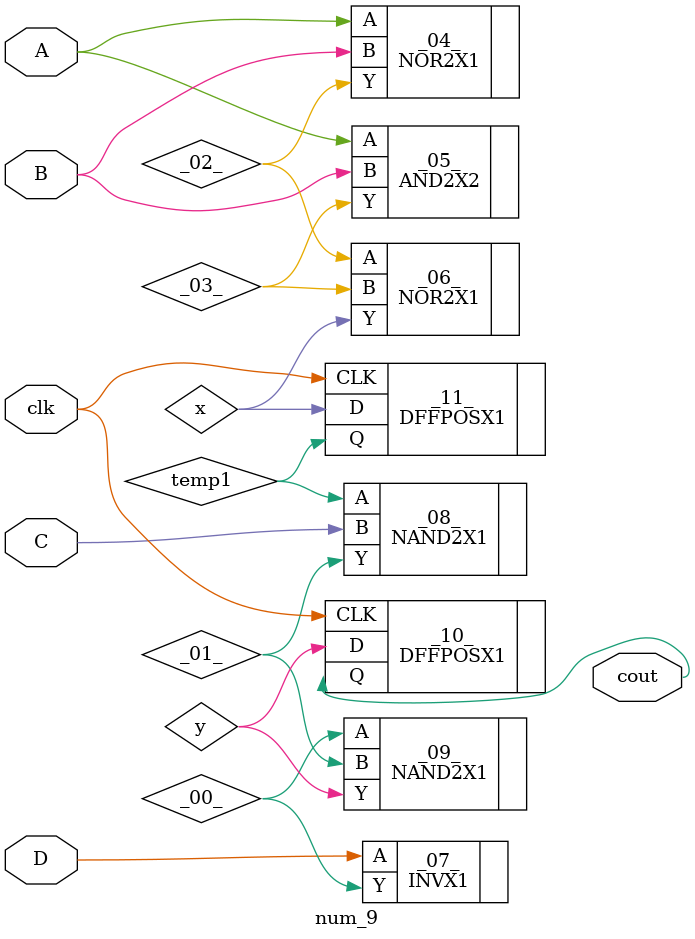
<source format=v>
/* Generated by Yosys 0.7 (git sha1 61f6811, gcc 6.2.0-11ubuntu1 -O2 -fdebug-prefix-map=/build/yosys-OIL3SR/yosys-0.7=. -fstack-protector-strong -fPIC -Os) */

(* src = "Test_Designs/num_9.v:6" *)
module num_9(clk, A, B, C, D, cout);
  wire _00_;
  wire _01_;
  wire _02_;
  wire _03_;
  (* src = "Test_Designs/num_9.v:6" *)
  input A;
  (* src = "Test_Designs/num_9.v:6" *)
  input B;
  (* src = "Test_Designs/num_9.v:6" *)
  input C;
  (* src = "Test_Designs/num_9.v:6" *)
  input D;
  (* src = "Test_Designs/num_9.v:6" *)
  input clk;
  (* src = "Test_Designs/num_9.v:6" *)
  output cout;
  (* src = "Test_Designs/num_9.v:7" *)
  wire temp1;
  (* src = "Test_Designs/num_9.v:8" *)
  wire x;
  (* src = "Test_Designs/num_9.v:8" *)
  wire y;
  NOR2X1 _04_ (
    .A(A),
    .B(B),
    .Y(_02_)
  );
  AND2X2 _05_ (
    .A(A),
    .B(B),
    .Y(_03_)
  );
  NOR2X1 _06_ (
    .A(_02_),
    .B(_03_),
    .Y(x)
  );
  INVX1 _07_ (
    .A(D),
    .Y(_00_)
  );
  NAND2X1 _08_ (
    .A(temp1),
    .B(C),
    .Y(_01_)
  );
  NAND2X1 _09_ (
    .A(_00_),
    .B(_01_),
    .Y(y)
  );
  DFFPOSX1 _10_ (
    .CLK(clk),
    .D(y),
    .Q(cout)
  );
  DFFPOSX1 _11_ (
    .CLK(clk),
    .D(x),
    .Q(temp1)
  );
endmodule

</source>
